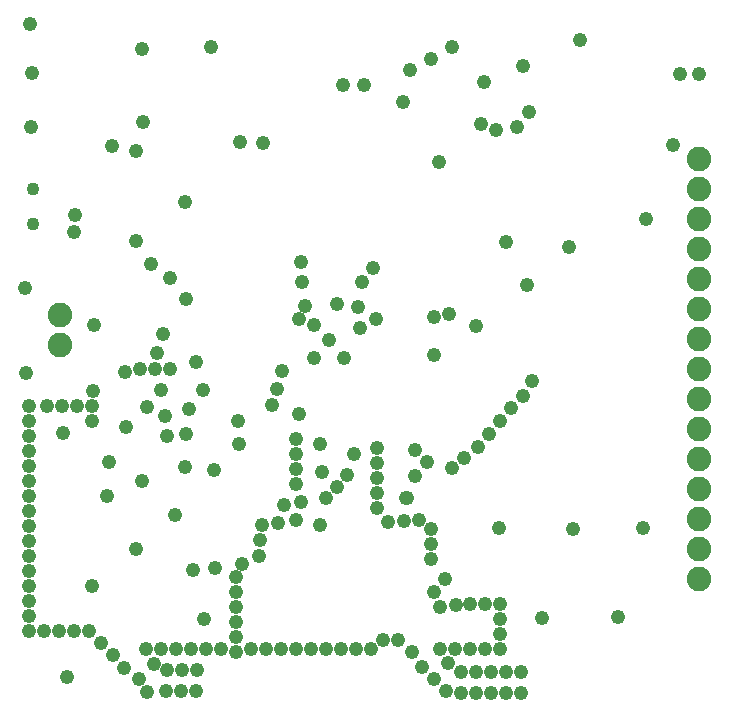
<source format=gbs>
G75*
%MOIN*%
%OFA0B0*%
%FSLAX25Y25*%
%IPPOS*%
%LPD*%
%AMOC8*
5,1,8,0,0,1.08239X$1,22.5*
%
%ADD10C,0.08200*%
%ADD11C,0.04343*%
%ADD12C,0.04762*%
%ADD13C,0.04800*%
D10*
X0071800Y0158800D03*
X0071800Y0168800D03*
X0284900Y0170800D03*
X0284900Y0160800D03*
X0284900Y0150800D03*
X0284900Y0140800D03*
X0284900Y0130800D03*
X0284900Y0120800D03*
X0284900Y0110800D03*
X0284900Y0100800D03*
X0284900Y0090800D03*
X0284900Y0080800D03*
X0284900Y0180800D03*
X0284900Y0190800D03*
X0284900Y0200800D03*
X0284900Y0210800D03*
X0284900Y0220800D03*
D11*
X0062700Y0211006D03*
X0062700Y0199194D03*
D12*
X0061600Y0063500D03*
X0066600Y0063500D03*
X0071600Y0063500D03*
X0076600Y0063500D03*
X0081600Y0063500D03*
X0085600Y0059500D03*
X0089600Y0055500D03*
X0093300Y0051400D03*
X0098100Y0047500D03*
X0100900Y0043200D03*
X0107100Y0043500D03*
X0112100Y0043500D03*
X0117100Y0043500D03*
X0117600Y0050500D03*
X0112600Y0050500D03*
X0107600Y0050500D03*
X0103100Y0052500D03*
X0105600Y0057500D03*
X0100600Y0057500D03*
X0110600Y0057500D03*
X0115600Y0057500D03*
X0120600Y0057500D03*
X0125600Y0057500D03*
X0130600Y0056500D03*
X0130600Y0061500D03*
X0130600Y0066500D03*
X0130600Y0071500D03*
X0130600Y0076500D03*
X0130600Y0081500D03*
X0132600Y0086000D03*
X0138100Y0088500D03*
X0138600Y0094000D03*
X0139100Y0099000D03*
X0144600Y0099500D03*
X0150600Y0100500D03*
X0152100Y0106500D03*
X0146600Y0105500D03*
X0150600Y0112500D03*
X0150600Y0117500D03*
X0150600Y0122500D03*
X0150600Y0127500D03*
X0151600Y0136000D03*
X0158600Y0126000D03*
X0159100Y0116500D03*
X0164100Y0111500D03*
X0160600Y0108000D03*
X0158600Y0099000D03*
X0167600Y0115500D03*
X0169900Y0122500D03*
X0177600Y0124500D03*
X0177600Y0119500D03*
X0177600Y0114500D03*
X0177600Y0109500D03*
X0177600Y0104500D03*
X0181300Y0100000D03*
X0186600Y0100300D03*
X0191600Y0100500D03*
X0195600Y0097500D03*
X0195600Y0092500D03*
X0195600Y0087500D03*
X0200300Y0080800D03*
X0196600Y0076500D03*
X0198600Y0071500D03*
X0203900Y0072100D03*
X0208600Y0072500D03*
X0213600Y0072500D03*
X0218600Y0072500D03*
X0218600Y0067500D03*
X0218600Y0062500D03*
X0218600Y0057500D03*
X0213600Y0057500D03*
X0208600Y0057500D03*
X0203600Y0057500D03*
X0198600Y0057500D03*
X0201100Y0053000D03*
X0205600Y0050000D03*
X0210600Y0050000D03*
X0215600Y0050000D03*
X0220600Y0050000D03*
X0225600Y0050000D03*
X0225600Y0043000D03*
X0220600Y0043000D03*
X0215600Y0043000D03*
X0210600Y0043000D03*
X0205600Y0043000D03*
X0200600Y0043500D03*
X0196600Y0047500D03*
X0192600Y0051500D03*
X0189100Y0056500D03*
X0184600Y0060500D03*
X0179600Y0060500D03*
X0175600Y0057500D03*
X0170600Y0057500D03*
X0165600Y0057500D03*
X0160600Y0057500D03*
X0155600Y0057500D03*
X0150600Y0057500D03*
X0145600Y0057500D03*
X0140600Y0057500D03*
X0135600Y0057500D03*
X0119700Y0067500D03*
X0116300Y0083900D03*
X0123600Y0084500D03*
X0110100Y0102100D03*
X0099100Y0113600D03*
X0087600Y0108500D03*
X0088100Y0120000D03*
X0093700Y0131700D03*
X0100800Y0138400D03*
X0106700Y0135300D03*
X0107600Y0128700D03*
X0113700Y0129200D03*
X0114700Y0137600D03*
X0119600Y0144000D03*
X0117300Y0153100D03*
X0108600Y0151000D03*
X0103600Y0151000D03*
X0098600Y0151000D03*
X0093600Y0150000D03*
X0104000Y0156100D03*
X0106100Y0162500D03*
X0113900Y0174300D03*
X0108400Y0181300D03*
X0102200Y0186000D03*
X0097100Y0193600D03*
X0113500Y0206700D03*
X0097000Y0223500D03*
X0099600Y0233200D03*
X0089300Y0225400D03*
X0062200Y0231700D03*
X0062400Y0249700D03*
X0061900Y0265900D03*
X0099100Y0257700D03*
X0122200Y0258400D03*
X0139500Y0226100D03*
X0166100Y0245500D03*
X0188600Y0250500D03*
X0202500Y0258300D03*
X0228000Y0236700D03*
X0245100Y0260500D03*
X0278600Y0249200D03*
X0284900Y0249400D03*
X0276100Y0225500D03*
X0267100Y0201000D03*
X0241400Y0191600D03*
X0227600Y0179000D03*
X0220500Y0193400D03*
X0201400Y0169300D03*
X0196500Y0168100D03*
X0196500Y0155600D03*
X0210600Y0165300D03*
X0229300Y0147000D03*
X0226300Y0142000D03*
X0222200Y0137900D03*
X0218400Y0133600D03*
X0214800Y0129100D03*
X0211200Y0124900D03*
X0206400Y0121400D03*
X0202500Y0118000D03*
X0194200Y0119900D03*
X0190200Y0123800D03*
X0190200Y0115200D03*
X0187300Y0107900D03*
X0187400Y0107800D03*
X0218100Y0097800D03*
X0242900Y0097600D03*
X0266000Y0098000D03*
X0257900Y0068200D03*
X0232400Y0067900D03*
X0145800Y0150200D03*
X0144200Y0144400D03*
X0142600Y0139000D03*
X0131000Y0133600D03*
X0131600Y0126000D03*
X0123300Y0117200D03*
X0113600Y0118300D03*
X0105600Y0144000D03*
X0082800Y0143700D03*
X0082600Y0138500D03*
X0082600Y0133500D03*
X0077600Y0138500D03*
X0072600Y0138500D03*
X0067600Y0138500D03*
X0061600Y0138500D03*
X0061600Y0133500D03*
X0061600Y0128500D03*
X0061600Y0123500D03*
X0061600Y0118500D03*
X0061600Y0113500D03*
X0061600Y0108500D03*
X0061600Y0103500D03*
X0061600Y0098500D03*
X0061600Y0093500D03*
X0061600Y0088500D03*
X0061600Y0083500D03*
X0061600Y0078500D03*
X0061600Y0073500D03*
X0061600Y0068500D03*
X0082600Y0078500D03*
X0097300Y0091000D03*
X0072700Y0129700D03*
X0060600Y0149600D03*
X0083100Y0165500D03*
X0060000Y0178000D03*
X0076600Y0196500D03*
X0152600Y0180000D03*
X0153600Y0172000D03*
X0151600Y0167500D03*
X0156600Y0165500D03*
X0161600Y0160500D03*
X0156600Y0154500D03*
X0166600Y0154500D03*
X0171700Y0164700D03*
X0177100Y0167600D03*
X0171100Y0171500D03*
X0164100Y0172500D03*
X0172600Y0180000D03*
X0176100Y0184500D03*
X0198100Y0219800D03*
X0074000Y0048100D03*
D13*
X0152100Y0186500D03*
X0131700Y0226600D03*
X0173100Y0245500D03*
X0186100Y0240000D03*
X0195400Y0254300D03*
X0213100Y0246500D03*
X0226100Y0252000D03*
X0224100Y0231500D03*
X0217100Y0230500D03*
X0212100Y0232500D03*
X0076800Y0202200D03*
M02*

</source>
